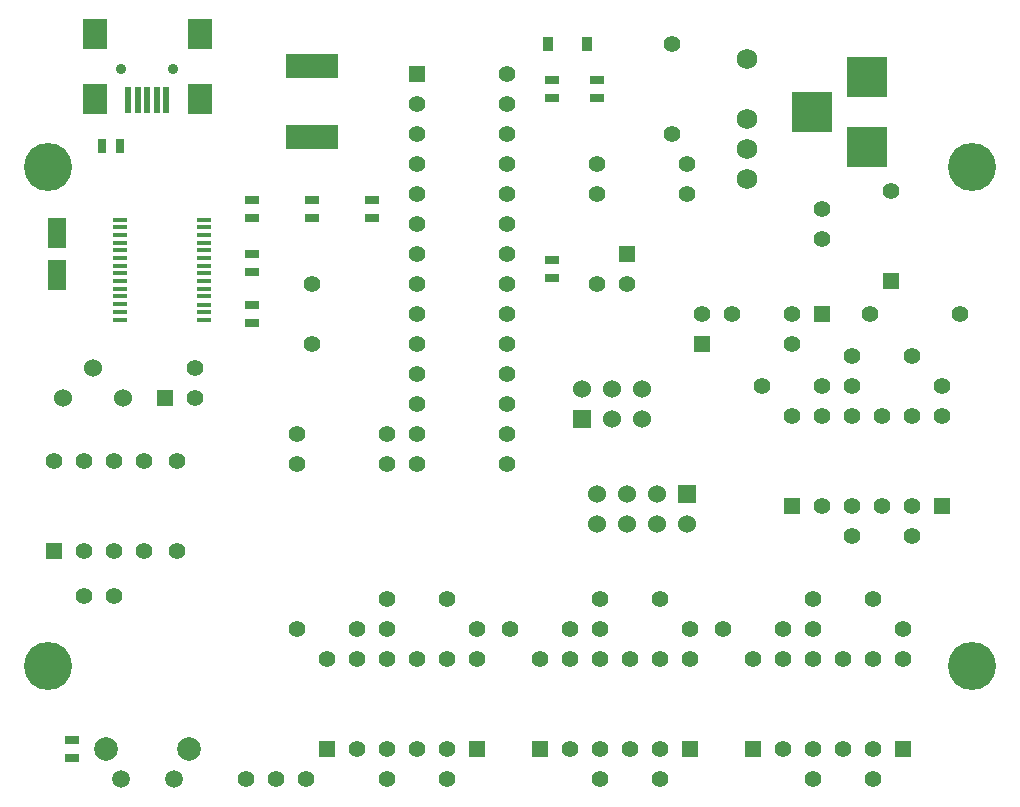
<source format=gts>
G04 (created by PCBNEW (2013-07-07 BZR 4022)-stable) date 02/12/2014 00:26:50*
%MOIN*%
G04 Gerber Fmt 3.4, Leading zero omitted, Abs format*
%FSLAX34Y34*%
G01*
G70*
G90*
G04 APERTURE LIST*
%ADD10C,0.00590551*%
%ADD11R,0.055X0.055*%
%ADD12C,0.055*%
%ADD13C,0.0688976*%
%ADD14R,0.05X0.016*%
%ADD15R,0.025X0.045*%
%ADD16R,0.045X0.025*%
%ADD17C,0.06*%
%ADD18C,0.0787402*%
%ADD19C,0.0590551*%
%ADD20C,0.056*%
%ADD21R,0.063X0.1024*%
%ADD22R,0.1378X0.1378*%
%ADD23R,0.038X0.05*%
%ADD24C,0.16*%
%ADD25R,0.0197X0.0906*%
%ADD26R,0.0787X0.0984*%
%ADD27C,0.0354*%
%ADD28R,0.1772X0.0787*%
%ADD29R,0.06X0.06*%
G04 APERTURE END LIST*
G54D10*
G54D11*
X38500Y-22000D03*
G54D12*
X37500Y-22000D03*
X37500Y-23000D03*
G54D13*
X36000Y-15500D03*
X36000Y-13500D03*
X36000Y-16500D03*
X36000Y-17500D03*
G54D14*
X15100Y-18850D03*
X15100Y-19100D03*
X15100Y-19360D03*
X15100Y-19620D03*
X15100Y-19870D03*
X15100Y-20130D03*
X15100Y-20390D03*
X15100Y-20640D03*
X15100Y-20900D03*
X15100Y-21150D03*
X15100Y-21410D03*
X15100Y-21670D03*
X15100Y-21920D03*
X15100Y-22180D03*
X17900Y-22180D03*
X17900Y-21920D03*
X17900Y-21680D03*
X17900Y-21410D03*
X17900Y-21150D03*
X17900Y-20900D03*
X17900Y-20640D03*
X17900Y-20390D03*
X17900Y-20130D03*
X17900Y-19870D03*
X17900Y-19620D03*
X17900Y-19360D03*
X17900Y-19100D03*
X17900Y-18850D03*
G54D15*
X15100Y-16400D03*
X14500Y-16400D03*
G54D16*
X19500Y-18800D03*
X19500Y-18200D03*
X29500Y-20800D03*
X29500Y-20200D03*
X19500Y-20000D03*
X19500Y-20600D03*
X29500Y-14200D03*
X29500Y-14800D03*
X19500Y-22300D03*
X19500Y-21700D03*
X23500Y-18800D03*
X23500Y-18200D03*
X13500Y-36800D03*
X13500Y-36200D03*
G54D17*
X13200Y-24800D03*
X14200Y-23800D03*
X15200Y-24800D03*
G54D12*
X24000Y-32500D03*
X27000Y-32500D03*
X26000Y-33500D03*
X26000Y-36500D03*
X41500Y-25400D03*
X41500Y-28400D03*
X38200Y-32500D03*
X41200Y-32500D03*
X39500Y-24400D03*
X42500Y-24400D03*
X40200Y-33500D03*
X40200Y-36500D03*
X33100Y-33500D03*
X33100Y-36500D03*
X31100Y-32500D03*
X34100Y-32500D03*
X31000Y-17000D03*
X34000Y-17000D03*
X24000Y-27000D03*
X21000Y-27000D03*
X24000Y-26000D03*
X21000Y-26000D03*
X34000Y-18000D03*
X31000Y-18000D03*
X33500Y-16000D03*
X33500Y-13000D03*
X43100Y-22000D03*
X40100Y-22000D03*
X17000Y-26900D03*
X17000Y-29900D03*
G54D18*
X14622Y-36507D03*
X17377Y-36507D03*
G54D19*
X16885Y-37492D03*
X15114Y-37492D03*
G54D20*
X21500Y-23000D03*
X21500Y-21000D03*
G54D11*
X36200Y-36500D03*
G54D12*
X37200Y-36500D03*
X38200Y-36500D03*
X39200Y-36500D03*
X39200Y-33500D03*
X38200Y-33500D03*
X37200Y-33500D03*
X36200Y-33500D03*
G54D11*
X12900Y-29900D03*
G54D12*
X13900Y-29900D03*
X14900Y-29900D03*
X15900Y-29900D03*
X15900Y-26900D03*
X14900Y-26900D03*
X13900Y-26900D03*
X12900Y-26900D03*
G54D11*
X29100Y-36500D03*
G54D12*
X30100Y-36500D03*
X31100Y-36500D03*
X32100Y-36500D03*
X32100Y-33500D03*
X31100Y-33500D03*
X30100Y-33500D03*
X29100Y-33500D03*
G54D11*
X22000Y-36500D03*
G54D12*
X23000Y-36500D03*
X24000Y-36500D03*
X25000Y-36500D03*
X25000Y-33500D03*
X24000Y-33500D03*
X23000Y-33500D03*
X22000Y-33500D03*
G54D11*
X37500Y-28400D03*
G54D12*
X38500Y-28400D03*
X39500Y-28400D03*
X40500Y-28400D03*
X40500Y-25400D03*
X39500Y-25400D03*
X38500Y-25400D03*
X37500Y-25400D03*
X25000Y-15000D03*
X25000Y-16000D03*
X25000Y-17000D03*
X25000Y-18000D03*
X25000Y-19000D03*
X25000Y-20000D03*
X25000Y-21000D03*
X25000Y-22000D03*
X25000Y-23000D03*
X25000Y-24000D03*
X25000Y-25000D03*
X25000Y-26000D03*
X25000Y-27000D03*
G54D11*
X25000Y-14000D03*
G54D12*
X28000Y-27000D03*
X28000Y-26000D03*
X28000Y-25000D03*
X28000Y-24000D03*
X28000Y-23000D03*
X28000Y-22000D03*
X28000Y-21000D03*
X28000Y-20000D03*
X28000Y-19000D03*
X28000Y-18000D03*
X28000Y-17000D03*
X28000Y-16000D03*
X28000Y-15000D03*
X28000Y-14000D03*
G54D11*
X42500Y-28400D03*
G54D12*
X42500Y-25400D03*
G54D11*
X34100Y-36500D03*
G54D12*
X34100Y-33500D03*
G54D11*
X41200Y-36500D03*
G54D12*
X41200Y-33500D03*
G54D11*
X27000Y-36500D03*
G54D12*
X27000Y-33500D03*
G54D21*
X13000Y-19291D03*
X13000Y-20709D03*
G54D12*
X23000Y-32500D03*
X21000Y-32500D03*
X26000Y-37500D03*
X24000Y-37500D03*
X38500Y-24400D03*
X36500Y-24400D03*
X41500Y-29400D03*
X39500Y-29400D03*
X39500Y-23400D03*
X41500Y-23400D03*
X24000Y-31500D03*
X26000Y-31500D03*
X33100Y-37500D03*
X31100Y-37500D03*
X38200Y-31500D03*
X40200Y-31500D03*
X30100Y-32500D03*
X28100Y-32500D03*
X40200Y-37500D03*
X38200Y-37500D03*
X37200Y-32500D03*
X35200Y-32500D03*
X31100Y-31500D03*
X33100Y-31500D03*
X13900Y-31400D03*
X14900Y-31400D03*
G54D22*
X40000Y-16441D03*
X40000Y-14079D03*
X38150Y-15260D03*
G54D11*
X40800Y-20900D03*
G54D12*
X40800Y-17900D03*
G54D23*
X29360Y-12990D03*
X30650Y-12990D03*
G54D12*
X38500Y-18500D03*
X38500Y-19500D03*
G54D16*
X21500Y-18800D03*
X21500Y-18200D03*
G54D12*
X20300Y-37500D03*
X19300Y-37500D03*
X21300Y-37500D03*
G54D24*
X12700Y-17080D03*
X12700Y-33720D03*
X43499Y-17080D03*
X43499Y-33720D03*
G54D25*
X16630Y-14858D03*
X16315Y-14858D03*
X16000Y-14858D03*
X15685Y-14858D03*
X15370Y-14858D03*
G54D26*
X17752Y-14819D03*
X17752Y-12654D03*
X14248Y-14819D03*
X14248Y-12654D03*
G54D27*
X16866Y-13835D03*
X15134Y-13835D03*
G54D16*
X31000Y-14200D03*
X31000Y-14800D03*
G54D11*
X32000Y-20000D03*
G54D12*
X32000Y-21000D03*
X31000Y-21000D03*
G54D11*
X34500Y-23000D03*
G54D12*
X34500Y-22000D03*
X35500Y-22000D03*
G54D11*
X16600Y-24800D03*
G54D12*
X17600Y-24800D03*
X17600Y-23800D03*
G54D28*
X21500Y-16081D03*
X21500Y-13719D03*
G54D29*
X30500Y-25500D03*
G54D17*
X30500Y-24500D03*
X31500Y-25500D03*
X31500Y-24500D03*
X32500Y-25500D03*
X32500Y-24500D03*
G54D29*
X34000Y-28000D03*
G54D17*
X34000Y-29000D03*
X33000Y-28000D03*
X33000Y-29000D03*
X32000Y-28000D03*
X32000Y-29000D03*
X31000Y-28000D03*
X31000Y-29000D03*
M02*

</source>
